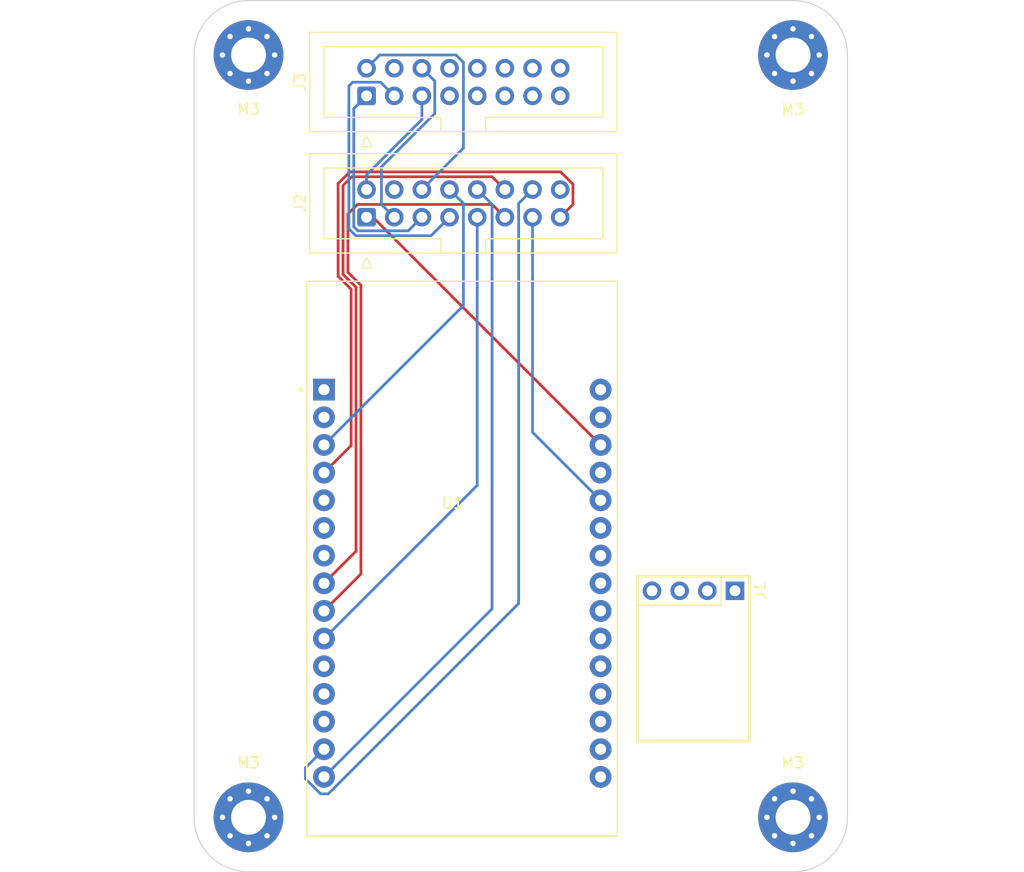
<source format=kicad_pcb>
(kicad_pcb (version 20221018) (generator pcbnew)
  (layers (0 "F.Cu" signal) (1 "In1.Cu" power "5V") (2 "In2.Cu" power "GND") (31 "B.Cu" signal) (34 "B.Paste" user) (35 "F.Paste" user) (36 "B.SilkS" user "B.Silkscreen") (37 "F.SilkS" user "F.Silkscreen") (38 "B.Mask" user) (39 "F.Mask" user) (44 "Edge.Cuts" user))
  (net 0 "")
  (net 2 "GND")
  (net 3 "E")
  (net 4 "P_OE")
  (net 8 "D")
  (net 9 "C")
  (net 10 "A")
  (net 14 "STB{slash}LAT")
  (net 15 "B")
  (net 16 "+5V")
  (net 17 "R0_L")
  (net 19 "CLK")
  (net 30 "G0_L{slash}R1_R")
  (net 31 "B0_L{slash}G1_R")
  (net 32 "R1_L{slash}R0_R")
  (net 33 "G1_L{slash}G0_R")
  (net 34 "B1_L{slash}B0_R")
  (footprint "ESP32 DEVKIT V1:MODULE_ESP32_DEVKIT_V1" (layer "F.Cu") (at 126.63 90.244472)
    (fp_text reference "U1" (at -0.9 -5.1) (layer "F.SilkS"))
    (fp_text value "ESP32-DEVKIT-V1")
    (fp_line (start -14.28 -25.475) (end -3.211 -25.475) (stroke (width 0.127)) (layer "F.SilkS"))
    (fp_line (start -14.28 -25.475) (end 14.23 -25.475) (stroke (width 0.127)) (layer "F.SilkS"))
    (fp_line (start -14.28 25.475) (end -14.28 -25.475) (stroke (width 0.127)) (layer "F.SilkS"))
    (fp_line (start -14.28 25.475) (end -14.28 -25.475) (stroke (width 0.127)) (layer "F.SilkS"))
    (fp_line (start -14.28 25.475) (end -8.91 25.475) (stroke (width 0.127)) (layer "F.SilkS"))
    (fp_line (start -8.91 25.475) (end 8.78 25.475) (stroke (width 0.127)) (layer "F.SilkS"))
    (fp_line (start -3.211 -25.475) (end 3.5 -25.475) (stroke (width 0.127)) (layer "F.SilkS"))
    (fp_line (start 3.5 -25.475) (end 14.23 -25.475) (stroke (width 0.127)) (layer "F.SilkS"))
    (fp_line (start 8.78 25.475) (end 14.23 25.475) (stroke (width 0.127)) (layer "F.SilkS"))
    (fp_line (start 14.23 -25.475) (end 14.23 25.475) (stroke (width 0.127)) (layer "F.SilkS"))
    (fp_line (start 14.23 -25.475) (end 14.23 25.475) (stroke (width 0.127)) (layer "F.SilkS"))
    (fp_line (start 14.23 25.475) (end -14.28 25.475) (stroke (width 0.127)) (layer "F.SilkS"))
    (fp_circle (center -14.85 -15.515) (end -14.75 -15.515) (stroke (width 0.2)) (fill none) (layer "F.SilkS"))
    (pad "" np_thru_hole circle (at -12.28 -23.475) (size 3 3) (drill 3) (layers "*.Cu" "*.Mask"))
    (pad "" np_thru_hole circle (at -12.28 23.475) (size 3 3) (drill 3) (layers "*.Cu" "*.Mask"))
    (pad "" np_thru_hole circle (at 12.23 -23.475) (size 3 3) (drill 3) (layers "*.Cu" "*.Mask"))
    (pad "" np_thru_hole circle (at 12.23 23.475) (size 3 3) (drill 3) (layers "*.Cu" "*.Mask"))
    (pad "1" thru_hole rect (at -12.7 -15.515) (size 2 2) (drill 1.02) (layers "*.Cu" "*.Mask"))
    (pad "2" thru_hole circle (at -12.7 -12.975) (size 2 2) (drill 1.02) (layers "*.Cu" "*.Mask") (net 2 "GND"))
    (pad "3" thru_hole circle (at -12.7 -10.435) (size 2 2) (drill 1.02) (layers "*.Cu" "*.Mask") (net 3 "E"))
    (pad "4" thru_hole circle (at -12.7 -7.895) (size 2 2) (drill 1.02) (layers "*.Cu" "*.Mask") (net 4 "P_OE"))
    (pad "5" thru_hole circle (at -12.7 -5.355) (size 2 2) (drill 1.02) (layers "*.Cu" "*.Mask"))
    (pad "6" thru_hole circle (at -12.7 -2.815) (size 2 2) (drill 1.02) (layers "*.Cu" "*.Mask"))
    (pad "7" thru_hole circle (at -12.7 -0.275) (size 2 2) (drill 1.02) (layers "*.Cu" "*.Mask"))
    (pad "8" thru_hole circle (at -12.7 2.265) (size 2 2) (drill 1.02) (layers "*.Cu" "*.Mask") (net 8 "D"))
    (pad "9" thru_hole circle (at -12.7 4.805) (size 2 2) (drill 1.02) (layers "*.Cu" "*.Mask") (net 9 "C"))
    (pad "10" thru_hole circle (at -12.7 7.345) (size 2 2) (drill 1.02) (layers "*.Cu" "*.Mask") (net 10 "A"))
    (pad "11" thru_hole circle (at -12.7 9.885) (size 2 2) (drill 1.02) (layers "*.Cu" "*.Mask"))
    (pad "12" thru_hole circle (at -12.7 12.425) (size 2 2) (drill 1.02) (layers "*.Cu" "*.Mask"))
    (pad "13" thru_hole circle (at -12.7 14.965) (size 2 2) (drill 1.02) (layers "*.Cu" "*.Mask"))
    (pad "14" thru_hole circle (at -12.7 17.505) (size 2 2) (drill 1.02) (layers "*.Cu" "*.Mask") (net 14 "STB{slash}LAT"))
    (pad "15" thru_hole circle (at -12.7 20.045) (size 2 2) (drill 1.02) (layers "*.Cu" "*.Mask") (net 15 "B"))
    (pad "16" thru_hole circle (at 12.7 20.045) (size 2 2) (drill 1.02) (layers "*.Cu" "*.Mask"))
    (pad "17" thru_hole circle (at 12.7 17.505) (size 2 2) (drill 1.02) (layers "*.Cu" "*.Mask"))
    (pad "18" thru_hole circle (at 12.7 14.965) (size 2 2) (drill 1.02) (layers "*.Cu" "*.Mask"))
    (pad "19" thru_hole circle (at 12.7 12.425) (size 2 2) (drill 1.02) (layers "*.Cu" "*.Mask"))
    (pad "20" thru_hole circle (at 12.7 9.885) (size 2 2) (drill 1.02) (layers "*.Cu" "*.Mask"))
    (pad "21" thru_hole circle (at 12.7 7.345) (size 2 2) (drill 1.02) (layers "*.Cu" "*.Mask"))
    (pad "22" thru_hole circle (at 12.7 4.805) (size 2 2) (drill 1.02) (layers "*.Cu" "*.Mask"))
    (pad "23" thru_hole circle (at 12.7 2.265) (size 2 2) (drill 1.02) (layers "*.Cu" "*.Mask"))
    (pad "24" thru_hole circle (at 12.7 -0.275) (size 2 2) (drill 1.02) (layers "*.Cu" "*.Mask"))
    (pad "25" thru_hole circle (at 12.7 -2.815) (size 2 2) (drill 1.02) (layers "*.Cu" "*.Mask"))
    (pad "26" thru_hole circle (at 12.7 -5.355) (size 2 2) (drill 1.02) (layers "*.Cu" "*.Mask") (net 19 "CLK"))
    (pad "27" thru_hole circle (at 12.7 -7.895) (size 2 2) (drill 1.02) (layers "*.Cu" "*.Mask"))
    (pad "28" thru_hole circle (at 12.7 -10.435) (size 2 2) (drill 1.02) (layers "*.Cu" "*.Mask") (net 17 "R0_L"))
    (pad "29" thru_hole circle (at 12.7 -12.975) (size 2 2) (drill 1.02) (layers "*.Cu" "*.Mask") (net 2 "GND"))
    (pad "30" thru_hole circle (at 12.7 -15.515) (size 2 2) (drill 1.02) (layers "*.Cu" "*.Mask") (net 16 "+5V"))
  )
  (footprint "MountingHole:MountingHole_3.2mm_M3_Pad_Via" (layer "F.Cu") (at 157 44)
    (fp_text reference "M3" (at 0 5) (layer "F.SilkS"))
    (fp_text value "M3 Hole")
    (pad "1" thru_hole circle (at -2.4 0) (size 0.8 0.8) (drill 0.5) (layers "*.Cu" "*.Mask"))
    (pad "1" thru_hole circle (at -1.697056 -1.697056) (size 0.8 0.8) (drill 0.5) (layers "*.Cu" "*.Mask"))
    (pad "1" thru_hole circle (at -1.697056 1.697056) (size 0.8 0.8) (drill 0.5) (layers "*.Cu" "*.Mask"))
    (pad "1" thru_hole circle (at 0 -2.4) (size 0.8 0.8) (drill 0.5) (layers "*.Cu" "*.Mask"))
    (pad "1" thru_hole circle (at 0 0) (size 6.4 6.4) (drill 3.2) (layers "*.Cu" "*.Mask"))
    (pad "1" thru_hole circle (at 0 2.4) (size 0.8 0.8) (drill 0.5) (layers "*.Cu" "*.Mask"))
    (pad "1" thru_hole circle (at 1.697056 -1.697056) (size 0.8 0.8) (drill 0.5) (layers "*.Cu" "*.Mask"))
    (pad "1" thru_hole circle (at 1.697056 1.697056) (size 0.8 0.8) (drill 0.5) (layers "*.Cu" "*.Mask"))
    (pad "1" thru_hole circle (at 2.4 0) (size 0.8 0.8) (drill 0.5) (layers "*.Cu" "*.Mask"))
  )
  (footprint "Connector_IDC:IDC-Header_2x08_P2.54mm_Vertical" (layer "F.Cu") (at 117.84 47.7525 90)
    (fp_text reference "J3" (at 1.27 -6.1 90) (layer "F.SilkS"))
    (fp_text value "Right Panel IDC")
    (fp_line (start -4.68 -0.5) (end -4.68 0.5) (stroke (width 0.12)) (layer "F.SilkS"))
    (fp_line (start -4.68 0.5) (end -3.68 0) (stroke (width 0.12)) (layer "F.SilkS"))
    (fp_line (start -3.68 0) (end -4.68 -0.5) (stroke (width 0.12)) (layer "F.SilkS"))
    (fp_line (start -3.29 -5.21) (end 5.83 -5.21) (stroke (width 0.12)) (layer "F.SilkS"))
    (fp_line (start -3.29 6.84) (end -1.98 6.84) (stroke (width 0.12)) (layer "F.SilkS"))
    (fp_line (start -3.29 22.99) (end -3.29 -5.21) (stroke (width 0.12)) (layer "F.SilkS"))
    (fp_line (start -1.98 -3.91) (end 4.52 -3.91) (stroke (width 0.12)) (layer "F.SilkS"))
    (fp_line (start -1.98 6.84) (end -1.98 -3.91) (stroke (width 0.12)) (layer "F.SilkS"))
    (fp_line (start -1.98 10.94) (end -3.29 10.94) (stroke (width 0.12)) (layer "F.SilkS"))
    (fp_line (start -1.98 10.94) (end -1.98 10.94) (stroke (width 0.12)) (layer "F.SilkS"))
    (fp_line (start -1.98 21.69) (end -1.98 10.94) (stroke (width 0.12)) (layer "F.SilkS"))
    (fp_line (start 4.52 -3.91) (end 4.52 21.69) (stroke (width 0.12)) (layer "F.SilkS"))
    (fp_line (start 4.52 21.69) (end -1.98 21.69) (stroke (width 0.12)) (layer "F.SilkS"))
    (fp_line (start 5.83 -5.21) (end 5.83 22.99) (stroke (width 0.12)) (layer "F.SilkS"))
    (fp_line (start 5.83 22.99) (end -3.29 22.99) (stroke (width 0.12)) (layer "F.SilkS"))
    (pad "1" thru_hole roundrect (at 0 0 90) (size 1.7 1.7) (drill 1) (layers "*.Cu" "*.Mask") (roundrect_rratio 0.1470588235) (net 32 "R1_L{slash}R0_R"))
    (pad "2" thru_hole circle (at 2.54 0 90) (size 1.7 1.7) (drill 1) (layers "*.Cu" "*.Mask") (net 33 "G1_L{slash}G0_R"))
    (pad "3" thru_hole circle (at 0 2.54 90) (size 1.7 1.7) (drill 1) (layers "*.Cu" "*.Mask") (net 34 "B1_L{slash}B0_R"))
    (pad "4" thru_hole circle (at 2.54 2.54 90) (size 1.7 1.7) (drill 1) (layers "*.Cu" "*.Mask"))
    (pad "5" thru_hole circle (at 0 5.08 90) (size 1.7 1.7) (drill 1) (layers "*.Cu" "*.Mask") (net 30 "G0_L{slash}R1_R"))
    (pad "6" thru_hole circle (at 2.54 5.08 90) (size 1.7 1.7) (drill 1) (layers "*.Cu" "*.Mask") (net 31 "B0_L{slash}G1_R"))
    (pad "7" thru_hole circle (at 0 7.62 90) (size 1.7 1.7) (drill 1) (layers "*.Cu" "*.Mask"))
    (pad "8" thru_hole circle (at 2.54 7.62 90) (size 1.7 1.7) (drill 1) (layers "*.Cu" "*.Mask"))
    (pad "9" thru_hole circle (at 0 10.16 90) (size 1.7 1.7) (drill 1) (layers "*.Cu" "*.Mask"))
    (pad "10" thru_hole circle (at 2.54 10.16 90) (size 1.7 1.7) (drill 1) (layers "*.Cu" "*.Mask"))
    (pad "11" thru_hole circle (at 0 12.7 90) (size 1.7 1.7) (drill 1) (layers "*.Cu" "*.Mask"))
    (pad "12" thru_hole circle (at 2.54 12.7 90) (size 1.7 1.7) (drill 1) (layers "*.Cu" "*.Mask"))
    (pad "13" thru_hole circle (at 0 15.24 90) (size 1.7 1.7) (drill 1) (layers "*.Cu" "*.Mask"))
    (pad "14" thru_hole circle (at 2.54 15.24 90) (size 1.7 1.7) (drill 1) (layers "*.Cu" "*.Mask"))
    (pad "15" thru_hole circle (at 0 17.78 90) (size 1.7 1.7) (drill 1) (layers "*.Cu" "*.Mask"))
    (pad "16" thru_hole circle (at 2.54 17.78 90) (size 1.7 1.7) (drill 1) (layers "*.Cu" "*.Mask"))
  )
  (footprint "MountingHole:MountingHole_3.2mm_M3_Pad_Via" (layer "F.Cu") (at 157 114)
    (fp_text reference "M3" (at 0 -5) (layer "F.SilkS"))
    (fp_text value "M3 Hole")
    (pad "1" thru_hole circle (at -2.4 0) (size 0.8 0.8) (drill 0.5) (layers "*.Cu" "*.Mask"))
    (pad "1" thru_hole circle (at -1.697056 -1.697056) (size 0.8 0.8) (drill 0.5) (layers "*.Cu" "*.Mask"))
    (pad "1" thru_hole circle (at -1.697056 1.697056) (size 0.8 0.8) (drill 0.5) (layers "*.Cu" "*.Mask"))
    (pad "1" thru_hole circle (at 0 -2.4) (size 0.8 0.8) (drill 0.5) (layers "*.Cu" "*.Mask"))
    (pad "1" thru_hole circle (at 0 0) (size 6.4 6.4) (drill 3.2) (layers "*.Cu" "*.Mask"))
    (pad "1" thru_hole circle (at 0 2.4) (size 0.8 0.8) (drill 0.5) (layers "*.Cu" "*.Mask"))
    (pad "1" thru_hole circle (at 1.697056 -1.697056) (size 0.8 0.8) (drill 0.5) (layers "*.Cu" "*.Mask"))
    (pad "1" thru_hole circle (at 1.697056 1.697056) (size 0.8 0.8) (drill 0.5) (layers "*.Cu" "*.Mask"))
    (pad "1" thru_hole circle (at 2.4 0) (size 0.8 0.8) (drill 0.5) (layers "*.Cu" "*.Mask"))
  )
  (footprint "MountingHole:MountingHole_3.2mm_M3_Pad_Via" (layer "F.Cu") (at 107 44)
    (fp_text reference "M3" (at 0 5) (layer "F.SilkS"))
    (fp_text value "M3 Hole")
    (pad "1" thru_hole circle (at -2.4 0) (size 0.8 0.8) (drill 0.5) (layers "*.Cu" "*.Mask"))
    (pad "1" thru_hole circle (at -1.697056 -1.697056) (size 0.8 0.8) (drill 0.5) (layers "*.Cu" "*.Mask"))
    (pad "1" thru_hole circle (at -1.697056 1.697056) (size 0.8 0.8) (drill 0.5) (layers "*.Cu" "*.Mask"))
    (pad "1" thru_hole circle (at 0 -2.4) (size 0.8 0.8) (drill 0.5) (layers "*.Cu" "*.Mask"))
    (pad "1" thru_hole circle (at 0 0) (size 6.4 6.4) (drill 3.2) (layers "*.Cu" "*.Mask"))
    (pad "1" thru_hole circle (at 0 2.4) (size 0.8 0.8) (drill 0.5) (layers "*.Cu" "*.Mask"))
    (pad "1" thru_hole circle (at 1.697056 -1.697056) (size 0.8 0.8) (drill 0.5) (layers "*.Cu" "*.Mask"))
    (pad "1" thru_hole circle (at 1.697056 1.697056) (size 0.8 0.8) (drill 0.5) (layers "*.Cu" "*.Mask"))
    (pad "1" thru_hole circle (at 2.4 0) (size 0.8 0.8) (drill 0.5) (layers "*.Cu" "*.Mask"))
  )
  (footprint "Connector_IDC:IDC-Header_2x08_P2.54mm_Vertical" (layer "F.Cu") (at 117.84 58.896972 90)
    (fp_text reference "J2" (at 1.27 -6.1 90) (layer "F.SilkS"))
    (fp_text value "Left Panel IDC")
    (fp_line (start -4.68 -0.5) (end -4.68 0.5) (stroke (width 0.12)) (layer "F.SilkS"))
    (fp_line (start -4.68 0.5) (end -3.68 0) (stroke (width 0.12)) (layer "F.SilkS"))
    (fp_line (start -3.68 0) (end -4.68 -0.5) (stroke (width 0.12)) (layer "F.SilkS"))
    (fp_line (start -3.29 -5.21) (end 5.83 -5.21) (stroke (width 0.12)) (layer "F.SilkS"))
    (fp_line (start -3.29 6.84) (end -1.98 6.84) (stroke (width 0.12)) (layer "F.SilkS"))
    (fp_line (start -3.29 22.99) (end -3.29 -5.21) (stroke (width 0.12)) (layer "F.SilkS"))
    (fp_line (start -1.98 -3.91) (end 4.52 -3.91) (stroke (width 0.12)) (layer "F.SilkS"))
    (fp_line (start -1.98 6.84) (end -1.98 -3.91) (stroke (width 0.12)) (layer "F.SilkS"))
    (fp_line (start -1.98 10.94) (end -3.29 10.94) (stroke (width 0.12)) (layer "F.SilkS"))
    (fp_line (start -1.98 10.94) (end -1.98 10.94) (stroke (width 0.12)) (layer "F.SilkS"))
    (fp_line (start -1.98 21.69) (end -1.98 10.94) (stroke (width 0.12)) (layer "F.SilkS"))
    (fp_line (start 4.52 -3.91) (end 4.52 21.69) (stroke (width 0.12)) (layer "F.SilkS"))
    (fp_line (start 4.52 21.69) (end -1.98 21.69) (stroke (width 0.12)) (layer "F.SilkS"))
    (fp_line (start 5.83 -5.21) (end 5.83 22.99) (stroke (width 0.12)) (layer "F.SilkS"))
    (fp_line (start 5.83 22.99) (end -3.29 22.99) (stroke (width 0.12)) (layer "F.SilkS"))
    (pad "1" thru_hole roundrect (at 0 0 90) (size 1.7 1.7) (drill 1) (layers "*.Cu" "*.Mask") (roundrect_rratio 0.1470588235) (net 17 "R0_L"))
    (pad "2" thru_hole circle (at 2.54 0 90) (size 1.7 1.7) (drill 1) (layers "*.Cu" "*.Mask") (net 30 "G0_L{slash}R1_R"))
    (pad "3" thru_hole circle (at 0 2.54 90) (size 1.7 1.7) (drill 1) (layers "*.Cu" "*.Mask") (net 31 "B0_L{slash}G1_R"))
    (pad "4" thru_hole circle (at 2.54 2.54 90) (size 1.7 1.7) (drill 1) (layers "*.Cu" "*.Mask") (net 2 "GND"))
    (pad "5" thru_hole circle (at 0 5.08 90) (size 1.7 1.7) (drill 1) (layers "*.Cu" "*.Mask") (net 32 "R1_L{slash}R0_R"))
    (pad "6" thru_hole circle (at 2.54 5.08 90) (size 1.7 1.7) (drill 1) (layers "*.Cu" "*.Mask") (net 33 "G1_L{slash}G0_R"))
    (pad "7" thru_hole circle (at 0 7.62 90) (size 1.7 1.7) (drill 1) (layers "*.Cu" "*.Mask") (net 34 "B1_L{slash}B0_R"))
    (pad "8" thru_hole circle (at 2.54 7.62 90) (size 1.7 1.7) (drill 1) (layers "*.Cu" "*.Mask") (net 3 "E"))
    (pad "9" thru_hole circle (at 0 10.16 90) (size 1.7 1.7) (drill 1) (layers "*.Cu" "*.Mask") (net 10 "A"))
    (pad "10" thru_hole circle (at 2.54 10.16 90) (size 1.7 1.7) (drill 1) (layers "*.Cu" "*.Mask") (net 15 "B"))
    (pad "11" thru_hole circle (at 0 12.7 90) (size 1.7 1.7) (drill 1) (layers "*.Cu" "*.Mask") (net 9 "C"))
    (pad "12" thru_hole circle (at 2.54 12.7 90) (size 1.7 1.7) (drill 1) (layers "*.Cu" "*.Mask") (net 8 "D"))
    (pad "13" thru_hole circle (at 0 15.24 90) (size 1.7 1.7) (drill 1) (layers "*.Cu" "*.Mask") (net 19 "CLK"))
    (pad "14" thru_hole circle (at 2.54 15.24 90) (size 1.7 1.7) (drill 1) (layers "*.Cu" "*.Mask") (net 14 "STB{slash}LAT"))
    (pad "15" thru_hole circle (at 0 17.78 90) (size 1.7 1.7) (drill 1) (layers "*.Cu" "*.Mask") (net 4 "P_OE"))
    (pad "16" thru_hole circle (at 2.54 17.78 90) (size 1.7 1.7) (drill 1) (layers "*.Cu" "*.Mask") (net 2 "GND"))
  )
  (footprint "Connector_PinHeader_2.54mm:PinHeader_1x04_P2.54mm_Vertical" (layer "F.Cu") (at 151.67 93.2 -90)
    (fp_text reference "J1" (at 0 -2.33 90) (layer "F.SilkS"))
    (fp_text value "PD 3.0 Deciever")
    (fp_line (start -1.33 -1.33) (end 0 -1.33) (stroke (width 0.12)) (layer "F.SilkS"))
    (fp_line (start -1.33 0) (end -1.33 -1.33) (stroke (width 0.12)) (layer "F.SilkS"))
    (fp_line (start -1.33 1.27) (end -1.33 8.95) (stroke (width 0.12)) (layer "F.SilkS"))
    (fp_line (start -1.33 1.27) (end 1.33 1.27) (stroke (width 0.12)) (layer "F.SilkS"))
    (fp_line (start -1.33 8.95) (end 1.33 8.95) (stroke (width 0.12)) (layer "F.SilkS"))
    (fp_line (start 1.33 1.27) (end 1.33 8.95) (stroke (width 0.12)) (layer "F.SilkS"))
    (pad "1" thru_hole rect (at 0 0 270) (size 1.7 1.7) (drill 1) (layers "*.Cu" "*.Mask") (net 16 "+5V"))
    (pad "2" thru_hole oval (at 0 2.54 270) (size 1.7 1.7) (drill 1) (layers "*.Cu" "*.Mask") (net 16 "+5V"))
    (pad "3" thru_hole oval (at 0 5.08 270) (size 1.7 1.7) (drill 1) (layers "*.Cu" "*.Mask") (net 2 "GND"))
    (pad "4" thru_hole oval (at 0 7.62 270) (size 1.7 1.7) (drill 1) (layers "*.Cu" "*.Mask") (net 2 "GND"))
  )
  (footprint "MountingHole:MountingHole_3.2mm_M3_Pad_Via" (layer "F.Cu") (at 107 114)
    (fp_text reference "M3" (at 0 -5) (layer "F.SilkS"))
    (fp_text value "M3 Hole")
    (pad "1" thru_hole circle (at -2.4 0) (size 0.8 0.8) (drill 0.5) (layers "*.Cu" "*.Mask"))
    (pad "1" thru_hole circle (at -1.697056 -1.697056) (size 0.8 0.8) (drill 0.5) (layers "*.Cu" "*.Mask"))
    (pad "1" thru_hole circle (at -1.697056 1.697056) (size 0.8 0.8) (drill 0.5) (layers "*.Cu" "*.Mask"))
    (pad "1" thru_hole circle (at 0 -2.4) (size 0.8 0.8) (drill 0.5) (layers "*.Cu" "*.Mask"))
    (pad "1" thru_hole circle (at 0 0) (size 6.4 6.4) (drill 3.2) (layers "*.Cu" "*.Mask"))
    (pad "1" thru_hole circle (at 0 2.4) (size 0.8 0.8) (drill 0.5) (layers "*.Cu" "*.Mask"))
    (pad "1" thru_hole circle (at 1.697056 -1.697056) (size 0.8 0.8) (drill 0.5) (layers "*.Cu" "*.Mask"))
    (pad "1" thru_hole circle (at 1.697056 1.697056) (size 0.8 0.8) (drill 0.5) (layers "*.Cu" "*.Mask"))
    (pad "1" thru_hole circle (at 2.4 0) (size 0.8 0.8) (drill 0.5) (layers "*.Cu" "*.Mask"))
  )
  (gr_rect (start 142.72 91.87) (end 153 107) (stroke (width 0.25)) (fill none) (layer "F.SilkS"))
  (gr_arc (start 157 39) (mid 160.535534 40.464466) (end 162 44) (stroke (width 0.1)) (layer "Edge.Cuts"))
  (gr_arc (start 102 44) (mid 103.464466 40.464466) (end 107 39) (stroke (width 0.1)) (layer "Edge.Cuts"))
  (gr_arc (start 162 114) (mid 160.535534 117.535534) (end 157 119) (stroke (width 0.1)) (layer "Edge.Cuts"))
  (gr_line (start 162 114) (end 162 44) (stroke (width 0.1)) (layer "Edge.Cuts"))
  (gr_line (start 107 119) (end 157 119) (stroke (width 0.1)) (layer "Edge.Cuts"))
  (gr_line (start 102 44) (end 102 114) (stroke (width 0.1)) (layer "Edge.Cuts"))
  (gr_line (start 157 39) (end 107 39) (stroke (width 0.1)) (layer "Edge.Cuts"))
  (gr_arc (start 107 119) (mid 103.464466 117.535534) (end 102 114) (stroke (width 0.1)) (layer "Edge.Cuts"))
  (segment (start 126.734278 57.63125) (end 126.734278 67.005194) (width 0.25) (layer "B.Cu") (net 3))
  (segment (start 113.93 79.809472) (end 126.4625 67.276972) (width 0.25) (layer "B.Cu") (net 3))
  (segment (start 126.734278 67.005194) (end 126.4625 67.276972) (width 0.25) (layer "B.Cu") (net 3))
  (segment (start 125.46 56.356972) (end 126.734278 57.63125) (width 0.25) (layer "B.Cu") (net 3))
  (segment (start 116.29716 54.731972) (end 135.656701 54.731972) (width 0.25) (layer "F.Cu") (net 4))
  (segment (start 136.795 57.721972) (end 135.62 58.896972) (width 0.25) (layer "F.Cu") (net 4))
  (segment (start 135.656701 54.731972) (end 136.795 55.870271) (width 0.25) (layer "F.Cu") (net 4))
  (segment (start 116.421195 79.858277) (end 116.421195 65.517263) (width 0.25) (layer "F.Cu") (net 4))
  (segment (start 115.23 64.326068) (end 115.23 55.799132) (width 0.25) (layer "F.Cu") (net 4))
  (segment (start 136.795 55.870271) (end 136.795 57.721972) (width 0.25) (layer "F.Cu") (net 4))
  (segment (start 115.23 55.799132) (end 116.29716 54.731972) (width 0.25) (layer "F.Cu") (net 4))
  (segment (start 116.421195 65.517263) (end 115.23 64.326068) (width 0.25) (layer "F.Cu") (net 4))
  (segment (start 113.93 82.349472) (end 116.421195 79.858277) (width 0.25) (layer "F.Cu") (net 4))
  (segment (start 115.68 64.139672) (end 116.871195 65.330867) (width 0.25) (layer "F.Cu") (net 8))
  (segment (start 115.68 55.985528) (end 115.68 64.139672) (width 0.25) (layer "F.Cu") (net 8))
  (segment (start 116.483556 55.181972) (end 115.68 55.985528) (width 0.25) (layer "F.Cu") (net 8))
  (segment (start 116.871195 65.330867) (end 116.871195 89.568277) (width 0.25) (layer "F.Cu") (net 8))
  (segment (start 130.54 56.356972) (end 129.365 55.181972) (width 0.25) (layer "F.Cu") (net 8))
  (segment (start 116.871195 89.568277) (end 113.93 92.509472) (width 0.25) (layer "F.Cu") (net 8))
  (segment (start 129.365 55.181972) (end 116.483556 55.181972) (width 0.25) (layer "F.Cu") (net 8))
  (segment (start 130.54 58.896972) (end 129.365 57.721972) (width 0.25) (layer "F.Cu") (net 9))
  (segment (start 117.321195 65.144471) (end 117.321195 91.658277) (width 0.25) (layer "F.Cu") (net 9))
  (segment (start 117.001827 57.721972) (end 116.13 58.593799) (width 0.25) (layer "F.Cu") (net 9))
  (segment (start 129.365 57.721972) (end 117.001827 57.721972) (width 0.25) (layer "F.Cu") (net 9))
  (segment (start 116.13 63.953276) (end 117.321195 65.144471) (width 0.25) (layer "F.Cu") (net 9))
  (segment (start 116.13 58.593799) (end 116.13 63.953276) (width 0.25) (layer "F.Cu") (net 9))
  (segment (start 117.321195 91.658277) (end 113.93 95.049472) (width 0.25) (layer "F.Cu") (net 9))
  (segment (start 128 83.519472) (end 113.93 97.589472) (width 0.25) (layer "B.Cu") (net 10))
  (segment (start 128 58.896972) (end 128 83.519472) (width 0.25) (layer "B.Cu") (net 10))
  (segment (start 133.08 56.356972) (end 131.805722 57.63125) (width 0.25) (layer "B.Cu") (net 14))
  (segment (start 112.23 109.449472) (end 113.93 107.749472) (width 0.25) (layer "B.Cu") (net 14))
  (segment (start 131.805722 94.368749) (end 114.33 111.844471) (width 0.25) (layer "B.Cu") (net 14))
  (segment (start 114.33 111.844471) (end 113.611166 111.844471) (width 0.25) (layer "B.Cu") (net 14))
  (segment (start 113.611166 111.844471) (end 112.23 110.463305) (width 0.25) (layer "B.Cu") (net 14))
  (segment (start 131.805722 57.63125) (end 131.805722 94.368749) (width 0.25) (layer "B.Cu") (net 14))
  (segment (start 112.23 110.463305) (end 112.23 109.449472) (width 0.25) (layer "B.Cu") (net 14))
  (segment (start 113.93 110.289472) (end 129.365 94.854472) (width 0.25) (layer "B.Cu") (net 15))
  (segment (start 129.365 94.854472) (end 129.365 57.721972) (width 0.25) (layer "B.Cu") (net 15))
  (segment (start 129.365 57.721972) (end 128 56.356972) (width 0.25) (layer "B.Cu") (net 15))
  (segment (start 139.33 79.809472) (end 118.4175 58.896972) (width 0.25) (layer "F.Cu") (net 17))
  (segment (start 118.4175 58.896972) (end 117.84 58.896972) (width 0.25) (layer "F.Cu") (net 17))
  (segment (start 133.08 78.639472) (end 139.33 84.889472) (width 0.25) (layer "B.Cu") (net 19))
  (segment (start 133.08 58.896972) (end 133.08 78.639472) (width 0.25) (layer "B.Cu") (net 19))
  (segment (start 117.84 56.356972) (end 117.84 55.002277) (width 0.25) (layer "B.Cu") (net 30))
  (segment (start 122.92 49.922277) (end 122.92 47.7525) (width 0.25) (layer "B.Cu") (net 30))
  (segment (start 117.84 55.002277) (end 122.92 49.922277) (width 0.25) (layer "B.Cu") (net 30))
  (segment (start 120.38 58.896972) (end 119.205 57.721972) (width 0.25) (layer "B.Cu") (net 31))
  (segment (start 124.099472 49.379201) (end 124.099472 46.391972) (width 0.25) (layer "B.Cu") (net 31))
  (segment (start 119.205 57.721972) (end 119.205 54.273673) (width 0.25) (layer "B.Cu") (net 31))
  (segment (start 124.099472 46.391972) (end 122.92 45.2125) (width 0.25) (layer "B.Cu") (net 31))
  (segment (start 119.205 54.273673) (end 124.099472 49.379201) (width 0.25) (layer "B.Cu") (net 31))
  (segment (start 116.665 59.779472) (end 116.665 48.9275) (width 0.25) (layer "B.Cu") (net 32))
  (segment (start 116.665 48.9275) (end 117.84 47.7525) (width 0.25) (layer "B.Cu") (net 32))
  (segment (start 116.665 59.779472) (end 117.03 60.144472) (width 0.25) (layer "B.Cu") (net 32))
  (segment (start 121.6725 60.144472) (end 122.92 58.896972) (width 0.25) (layer "B.Cu") (net 32))
  (segment (start 117.03 60.144472) (end 121.6725 60.144472) (width 0.25) (layer "B.Cu") (net 32))
  (segment (start 119.0525 44) (end 117.84 45.2125) (width 0.25) (layer "B.Cu") (net 33))
  (segment (start 126.734472 44.67947) (end 126.055002 44) (width 0.25) (layer "B.Cu") (net 33))
  (segment (start 126.055002 44) (end 119.0525 44) (width 0.25) (layer "B.Cu") (net 33))
  (segment (start 126.734472 52.5425) (end 126.734472 44.67947) (width 0.25) (layer "B.Cu") (net 33))
  (segment (start 122.92 56.356972) (end 126.734472 52.5425) (width 0.25) (layer "B.Cu") (net 33))
  (segment (start 123.7625 60.594472) (end 125.46 58.896972) (width 0.25) (layer "B.Cu") (net 34))
  (segment (start 119.1275 46.5) (end 120.38 47.7525) (width 0.25) (layer "B.Cu") (net 34))
  (segment (start 116.561056 46.5) (end 119.1275 46.5) (width 0.25) (layer "B.Cu") (net 34))
  (segment (start 116.843604 60.594472) (end 123.7625 60.594472) (width 0.25) (layer "B.Cu") (net 34))
  (segment (start 116.215 59.965868) (end 116.843604 60.594472) (width 0.25) (layer "B.Cu") (net 34))
  (segment (start 116.215 59.965868) (end 116.215 46.846056) (width 0.25) (layer "B.Cu") (net 34))
  (segment (start 116.215 46.846056) (end 116.561056 46.5) (width 0.25) (layer "B.Cu") (net 34))
)
</source>
